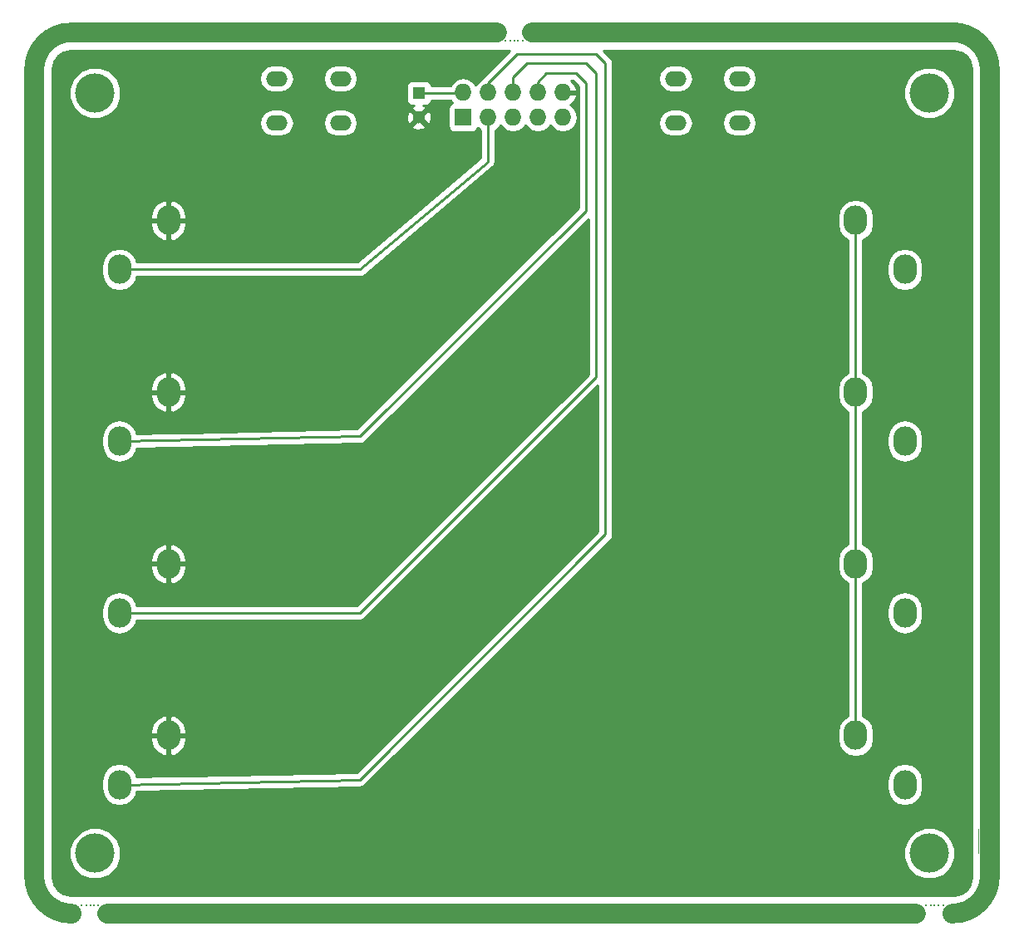
<source format=gtl>
G04 #@! TF.FileFunction,Copper,L1,Top,Signal*
%FSLAX46Y46*%
G04 Gerber Fmt 4.6, Leading zero omitted, Abs format (unit mm)*
G04 Created by KiCad (PCBNEW (2015-01-16 BZR 5376)-product) date 24/06/2015 09:06:33*
%MOMM*%
G01*
G04 APERTURE LIST*
%ADD10C,0.100000*%
%ADD11C,2.000000*%
%ADD12C,0.300000*%
%ADD13O,2.200000X1.524000*%
%ADD14R,1.300000X1.300000*%
%ADD15C,1.300000*%
%ADD16O,2.400000X3.000000*%
%ADD17R,1.727200X1.727200*%
%ADD18O,1.727200X1.727200*%
%ADD19C,4.000000*%
%ADD20C,0.254000*%
G04 APERTURE END LIST*
D10*
D11*
X134493000Y-43815000D02*
X177546000Y-43815000D01*
X87693500Y-43815000D02*
X131000500Y-43815000D01*
X91249500Y-133667500D02*
X173672500Y-133667500D01*
X181165500Y-47625000D02*
X181165500Y-130048000D01*
X83820000Y-47625000D02*
X83820000Y-129921000D01*
X83820000Y-129857500D02*
G75*
G03X87630000Y-133667500I3810000J0D01*
G01*
X181165500Y-47625000D02*
G75*
G03X177355500Y-43815000I-3810000J0D01*
G01*
X177355500Y-133667500D02*
G75*
G03X181165500Y-129857500I0J3810000D01*
G01*
X87630000Y-43815000D02*
G75*
G03X83820000Y-47625000I0J-3810000D01*
G01*
D10*
X180000000Y-125000000D02*
X180000000Y-127500000D01*
D12*
X174625000Y-132842000D03*
X175133000Y-132842000D03*
X175514000Y-132842000D03*
X175895000Y-132842000D03*
X176403000Y-132842000D03*
X90297000Y-132842000D03*
X89916000Y-132842000D03*
X89535000Y-132842000D03*
X89154000Y-132842000D03*
X88646000Y-132842000D03*
D13*
X155650000Y-48550000D03*
X155650000Y-53050000D03*
X149150000Y-48550000D03*
X149150000Y-53050000D03*
X115010000Y-48550000D03*
X115010000Y-53050000D03*
X108510000Y-48550000D03*
X108510000Y-53050000D03*
D14*
X123000000Y-50000000D03*
D15*
X123000000Y-52500000D03*
D16*
X97500000Y-63000000D03*
X92500000Y-68000000D03*
X167500000Y-63000000D03*
X172500000Y-68000000D03*
X97500000Y-80500000D03*
X92500000Y-85500000D03*
X167500000Y-80500000D03*
X172500000Y-85500000D03*
X97500000Y-98000000D03*
X92500000Y-103000000D03*
X167500000Y-98000000D03*
X172500000Y-103000000D03*
X97500000Y-115500000D03*
X92500000Y-120500000D03*
X167500000Y-115500000D03*
X172500000Y-120500000D03*
D17*
X127500000Y-52500000D03*
D18*
X127500000Y-49960000D03*
X130040000Y-52500000D03*
X130040000Y-49960000D03*
X132580000Y-52500000D03*
X132580000Y-49960000D03*
X135120000Y-52500000D03*
X135120000Y-49960000D03*
X137660000Y-52500000D03*
X137660000Y-49960000D03*
D19*
X90000000Y-50000000D03*
X175000000Y-50000000D03*
X90000000Y-127500000D03*
X175000000Y-127500000D03*
D12*
X131826000Y-44704000D03*
X132334000Y-44704000D03*
X132715000Y-44704000D03*
X133096000Y-44704000D03*
X133604000Y-44704000D03*
D20*
X92500000Y-68000000D02*
X117000000Y-68000000D01*
X130000000Y-57000000D02*
X130040000Y-52500000D01*
X117000000Y-68000000D02*
X130000000Y-57000000D01*
X92500000Y-85500000D02*
X117000000Y-85000000D01*
X135120000Y-48880000D02*
X135120000Y-49960000D01*
X136000000Y-48000000D02*
X135120000Y-48880000D01*
X139000000Y-48000000D02*
X136000000Y-48000000D01*
X140000000Y-49000000D02*
X139000000Y-48000000D01*
X140000000Y-62000000D02*
X140000000Y-49000000D01*
X117000000Y-85000000D02*
X140000000Y-62000000D01*
X123000000Y-50000000D02*
X127460000Y-50000000D01*
X127460000Y-50000000D02*
X127500000Y-49960000D01*
X167500000Y-80500000D02*
X167500000Y-63000000D01*
X167500000Y-98000000D02*
X167500000Y-80500000D01*
X167500000Y-115500000D02*
X167500000Y-98000000D01*
X132580000Y-49960000D02*
X132580000Y-48420000D01*
X117000000Y-103000000D02*
X92500000Y-103000000D01*
X141000000Y-79000000D02*
X117000000Y-103000000D01*
X141000000Y-48000000D02*
X141000000Y-79000000D01*
X140000000Y-47000000D02*
X141000000Y-48000000D01*
X134000000Y-47000000D02*
X140000000Y-47000000D01*
X132580000Y-48420000D02*
X134000000Y-47000000D01*
X130040000Y-49960000D02*
X130040000Y-48960000D01*
X117000000Y-120000000D02*
X92500000Y-120500000D01*
X142000000Y-95000000D02*
X117000000Y-120000000D01*
X142000000Y-47000000D02*
X142000000Y-95000000D01*
X141000000Y-46000000D02*
X142000000Y-47000000D01*
X133000000Y-46000000D02*
X141000000Y-46000000D01*
X130040000Y-48960000D02*
X133000000Y-46000000D01*
G36*
X179315000Y-129932532D02*
X179164442Y-130689435D01*
X178773908Y-131273910D01*
X178189434Y-131664443D01*
X177635457Y-131774635D01*
X177635457Y-126978166D01*
X177635457Y-49478166D01*
X177235147Y-48509342D01*
X176494557Y-47767458D01*
X175526433Y-47365458D01*
X174478166Y-47364543D01*
X173509342Y-47764853D01*
X172767458Y-48505443D01*
X172365458Y-49473567D01*
X172364543Y-50521834D01*
X172764853Y-51490658D01*
X173505443Y-52232542D01*
X174473567Y-52634542D01*
X175521834Y-52635457D01*
X176490658Y-52235147D01*
X177232542Y-51494557D01*
X177634542Y-50526433D01*
X177635457Y-49478166D01*
X177635457Y-126978166D01*
X177235147Y-126009342D01*
X176494557Y-125267458D01*
X175526433Y-124865458D01*
X174478166Y-124864543D01*
X174335000Y-124923697D01*
X174335000Y-120841827D01*
X174335000Y-120158173D01*
X174335000Y-103341827D01*
X174335000Y-102658173D01*
X174335000Y-85841827D01*
X174335000Y-85158173D01*
X174335000Y-68341827D01*
X174335000Y-67658173D01*
X174195319Y-66955949D01*
X173797541Y-66360632D01*
X173202224Y-65962854D01*
X172500000Y-65823173D01*
X171797776Y-65962854D01*
X171202459Y-66360632D01*
X170804681Y-66955949D01*
X170665000Y-67658173D01*
X170665000Y-68341827D01*
X170804681Y-69044051D01*
X171202459Y-69639368D01*
X171797776Y-70037146D01*
X172500000Y-70176827D01*
X173202224Y-70037146D01*
X173797541Y-69639368D01*
X174195319Y-69044051D01*
X174335000Y-68341827D01*
X174335000Y-85158173D01*
X174195319Y-84455949D01*
X173797541Y-83860632D01*
X173202224Y-83462854D01*
X172500000Y-83323173D01*
X171797776Y-83462854D01*
X171202459Y-83860632D01*
X170804681Y-84455949D01*
X170665000Y-85158173D01*
X170665000Y-85841827D01*
X170804681Y-86544051D01*
X171202459Y-87139368D01*
X171797776Y-87537146D01*
X172500000Y-87676827D01*
X173202224Y-87537146D01*
X173797541Y-87139368D01*
X174195319Y-86544051D01*
X174335000Y-85841827D01*
X174335000Y-102658173D01*
X174195319Y-101955949D01*
X173797541Y-101360632D01*
X173202224Y-100962854D01*
X172500000Y-100823173D01*
X171797776Y-100962854D01*
X171202459Y-101360632D01*
X170804681Y-101955949D01*
X170665000Y-102658173D01*
X170665000Y-103341827D01*
X170804681Y-104044051D01*
X171202459Y-104639368D01*
X171797776Y-105037146D01*
X172500000Y-105176827D01*
X173202224Y-105037146D01*
X173797541Y-104639368D01*
X174195319Y-104044051D01*
X174335000Y-103341827D01*
X174335000Y-120158173D01*
X174195319Y-119455949D01*
X173797541Y-118860632D01*
X173202224Y-118462854D01*
X172500000Y-118323173D01*
X171797776Y-118462854D01*
X171202459Y-118860632D01*
X170804681Y-119455949D01*
X170665000Y-120158173D01*
X170665000Y-120841827D01*
X170804681Y-121544051D01*
X171202459Y-122139368D01*
X171797776Y-122537146D01*
X172500000Y-122676827D01*
X173202224Y-122537146D01*
X173797541Y-122139368D01*
X174195319Y-121544051D01*
X174335000Y-120841827D01*
X174335000Y-124923697D01*
X173509342Y-125264853D01*
X172767458Y-126005443D01*
X172365458Y-126973567D01*
X172364543Y-128021834D01*
X172764853Y-128990658D01*
X173505443Y-129732542D01*
X174473567Y-130134542D01*
X175521834Y-130135457D01*
X176490658Y-129735147D01*
X177232542Y-128994557D01*
X177634542Y-128026433D01*
X177635457Y-126978166D01*
X177635457Y-131774635D01*
X177432532Y-131815000D01*
X169335000Y-131815000D01*
X169335000Y-115841827D01*
X169335000Y-115158173D01*
X169195319Y-114455949D01*
X168797541Y-113860632D01*
X168262000Y-113502795D01*
X168262000Y-99997204D01*
X168797541Y-99639368D01*
X169195319Y-99044051D01*
X169335000Y-98341827D01*
X169335000Y-97658173D01*
X169195319Y-96955949D01*
X168797541Y-96360632D01*
X168262000Y-96002795D01*
X168262000Y-82497204D01*
X168797541Y-82139368D01*
X169195319Y-81544051D01*
X169335000Y-80841827D01*
X169335000Y-80158173D01*
X169195319Y-79455949D01*
X168797541Y-78860632D01*
X168262000Y-78502795D01*
X168262000Y-64997204D01*
X168797541Y-64639368D01*
X169195319Y-64044051D01*
X169335000Y-63341827D01*
X169335000Y-62658173D01*
X169195319Y-61955949D01*
X168797541Y-61360632D01*
X168202224Y-60962854D01*
X167500000Y-60823173D01*
X166797776Y-60962854D01*
X166202459Y-61360632D01*
X165804681Y-61955949D01*
X165665000Y-62658173D01*
X165665000Y-63341827D01*
X165804681Y-64044051D01*
X166202459Y-64639368D01*
X166738000Y-64997204D01*
X166738000Y-78502795D01*
X166202459Y-78860632D01*
X165804681Y-79455949D01*
X165665000Y-80158173D01*
X165665000Y-80841827D01*
X165804681Y-81544051D01*
X166202459Y-82139368D01*
X166738000Y-82497204D01*
X166738000Y-96002795D01*
X166202459Y-96360632D01*
X165804681Y-96955949D01*
X165665000Y-97658173D01*
X165665000Y-98341827D01*
X165804681Y-99044051D01*
X166202459Y-99639368D01*
X166738000Y-99997204D01*
X166738000Y-113502795D01*
X166202459Y-113860632D01*
X165804681Y-114455949D01*
X165665000Y-115158173D01*
X165665000Y-115841827D01*
X165804681Y-116544051D01*
X166202459Y-117139368D01*
X166797776Y-117537146D01*
X167500000Y-117676827D01*
X168202224Y-117537146D01*
X168797541Y-117139368D01*
X169195319Y-116544051D01*
X169335000Y-115841827D01*
X169335000Y-131815000D01*
X157418991Y-131815000D01*
X157418991Y-53050000D01*
X157418991Y-48550000D01*
X157312651Y-48015391D01*
X157009819Y-47562172D01*
X156556600Y-47259340D01*
X156021991Y-47153000D01*
X155278009Y-47153000D01*
X154743400Y-47259340D01*
X154290181Y-47562172D01*
X153987349Y-48015391D01*
X153881009Y-48550000D01*
X153987349Y-49084609D01*
X154290181Y-49537828D01*
X154743400Y-49840660D01*
X155278009Y-49947000D01*
X156021991Y-49947000D01*
X156556600Y-49840660D01*
X157009819Y-49537828D01*
X157312651Y-49084609D01*
X157418991Y-48550000D01*
X157418991Y-53050000D01*
X157312651Y-52515391D01*
X157009819Y-52062172D01*
X156556600Y-51759340D01*
X156021991Y-51653000D01*
X155278009Y-51653000D01*
X154743400Y-51759340D01*
X154290181Y-52062172D01*
X153987349Y-52515391D01*
X153881009Y-53050000D01*
X153987349Y-53584609D01*
X154290181Y-54037828D01*
X154743400Y-54340660D01*
X155278009Y-54447000D01*
X156021991Y-54447000D01*
X156556600Y-54340660D01*
X157009819Y-54037828D01*
X157312651Y-53584609D01*
X157418991Y-53050000D01*
X157418991Y-131815000D01*
X150918991Y-131815000D01*
X150918991Y-53050000D01*
X150918991Y-48550000D01*
X150812651Y-48015391D01*
X150509819Y-47562172D01*
X150056600Y-47259340D01*
X149521991Y-47153000D01*
X148778009Y-47153000D01*
X148243400Y-47259340D01*
X147790181Y-47562172D01*
X147487349Y-48015391D01*
X147381009Y-48550000D01*
X147487349Y-49084609D01*
X147790181Y-49537828D01*
X148243400Y-49840660D01*
X148778009Y-49947000D01*
X149521991Y-49947000D01*
X150056600Y-49840660D01*
X150509819Y-49537828D01*
X150812651Y-49084609D01*
X150918991Y-48550000D01*
X150918991Y-53050000D01*
X150812651Y-52515391D01*
X150509819Y-52062172D01*
X150056600Y-51759340D01*
X149521991Y-51653000D01*
X148778009Y-51653000D01*
X148243400Y-51759340D01*
X147790181Y-52062172D01*
X147487349Y-52515391D01*
X147381009Y-53050000D01*
X147487349Y-53584609D01*
X147790181Y-54037828D01*
X148243400Y-54340660D01*
X148778009Y-54447000D01*
X149521991Y-54447000D01*
X150056600Y-54340660D01*
X150509819Y-54037828D01*
X150812651Y-53584609D01*
X150918991Y-53050000D01*
X150918991Y-131815000D01*
X92635457Y-131815000D01*
X92635457Y-126978166D01*
X92235147Y-126009342D01*
X91494557Y-125267458D01*
X90526433Y-124865458D01*
X89478166Y-124864543D01*
X88509342Y-125264853D01*
X87767458Y-126005443D01*
X87365458Y-126973567D01*
X87364543Y-128021834D01*
X87764853Y-128990658D01*
X88505443Y-129732542D01*
X89473567Y-130134542D01*
X90521834Y-130135457D01*
X91490658Y-129735147D01*
X92232542Y-128994557D01*
X92634542Y-128026433D01*
X92635457Y-126978166D01*
X92635457Y-131815000D01*
X87567467Y-131815000D01*
X86810564Y-131664442D01*
X86226089Y-131273908D01*
X85835556Y-130689434D01*
X85685000Y-129932532D01*
X85685000Y-127500000D01*
X85685000Y-125000000D01*
X85685000Y-47567467D01*
X85835556Y-46810565D01*
X86226089Y-46226091D01*
X86810564Y-45835557D01*
X87567467Y-45685000D01*
X132237370Y-45685000D01*
X129501185Y-48421185D01*
X129378347Y-48605024D01*
X128980330Y-48870971D01*
X128770000Y-49185751D01*
X128559670Y-48870971D01*
X128073489Y-48546115D01*
X127500000Y-48432041D01*
X126926511Y-48546115D01*
X126440330Y-48870971D01*
X126195088Y-49238000D01*
X124275709Y-49238000D01*
X124250463Y-49107877D01*
X124110673Y-48895073D01*
X123899640Y-48752623D01*
X123650000Y-48702560D01*
X122350000Y-48702560D01*
X122107877Y-48749537D01*
X121895073Y-48889327D01*
X121752623Y-49100360D01*
X121702560Y-49350000D01*
X121702560Y-50650000D01*
X121749537Y-50892123D01*
X121889327Y-51104927D01*
X122100360Y-51247377D01*
X122350000Y-51297440D01*
X122512385Y-51297440D01*
X122336271Y-51370389D01*
X122280590Y-51600984D01*
X123000000Y-52320395D01*
X123719410Y-51600984D01*
X123663729Y-51370389D01*
X123454098Y-51297440D01*
X123650000Y-51297440D01*
X123892123Y-51250463D01*
X124104927Y-51110673D01*
X124247377Y-50899640D01*
X124274979Y-50762000D01*
X126248543Y-50762000D01*
X126427300Y-51029529D01*
X126394277Y-51035937D01*
X126181473Y-51175727D01*
X126039023Y-51386760D01*
X125988960Y-51636400D01*
X125988960Y-53363600D01*
X126035937Y-53605723D01*
X126175727Y-53818527D01*
X126386760Y-53960977D01*
X126636400Y-54011040D01*
X128363600Y-54011040D01*
X128605723Y-53964063D01*
X128818527Y-53824273D01*
X128960977Y-53613240D01*
X128969179Y-53572340D01*
X128980330Y-53589029D01*
X129266589Y-53780301D01*
X129241134Y-56643932D01*
X124297622Y-60826904D01*
X124297622Y-52680922D01*
X124268083Y-52170572D01*
X124129611Y-51836271D01*
X123899016Y-51780590D01*
X123179605Y-52500000D01*
X123899016Y-53219410D01*
X124129611Y-53163729D01*
X124297622Y-52680922D01*
X124297622Y-60826904D01*
X123719410Y-61316160D01*
X123719410Y-53399016D01*
X123000000Y-52679605D01*
X122820395Y-52859210D01*
X122820395Y-52500000D01*
X122100984Y-51780590D01*
X121870389Y-51836271D01*
X121702378Y-52319078D01*
X121731917Y-52829428D01*
X121870389Y-53163729D01*
X122100984Y-53219410D01*
X122820395Y-52500000D01*
X122820395Y-52859210D01*
X122280590Y-53399016D01*
X122336271Y-53629611D01*
X122819078Y-53797622D01*
X123329428Y-53768083D01*
X123663729Y-53629611D01*
X123719410Y-53399016D01*
X123719410Y-61316160D01*
X116778991Y-67188823D01*
X116778991Y-53050000D01*
X116778991Y-48550000D01*
X116672651Y-48015391D01*
X116369819Y-47562172D01*
X115916600Y-47259340D01*
X115381991Y-47153000D01*
X114638009Y-47153000D01*
X114103400Y-47259340D01*
X113650181Y-47562172D01*
X113347349Y-48015391D01*
X113241009Y-48550000D01*
X113347349Y-49084609D01*
X113650181Y-49537828D01*
X114103400Y-49840660D01*
X114638009Y-49947000D01*
X115381991Y-49947000D01*
X115916600Y-49840660D01*
X116369819Y-49537828D01*
X116672651Y-49084609D01*
X116778991Y-48550000D01*
X116778991Y-53050000D01*
X116672651Y-52515391D01*
X116369819Y-52062172D01*
X115916600Y-51759340D01*
X115381991Y-51653000D01*
X114638009Y-51653000D01*
X114103400Y-51759340D01*
X113650181Y-52062172D01*
X113347349Y-52515391D01*
X113241009Y-53050000D01*
X113347349Y-53584609D01*
X113650181Y-54037828D01*
X114103400Y-54340660D01*
X114638009Y-54447000D01*
X115381991Y-54447000D01*
X115916600Y-54340660D01*
X116369819Y-54037828D01*
X116672651Y-53584609D01*
X116778991Y-53050000D01*
X116778991Y-67188823D01*
X116720873Y-67238000D01*
X110278991Y-67238000D01*
X110278991Y-53050000D01*
X110278991Y-48550000D01*
X110172651Y-48015391D01*
X109869819Y-47562172D01*
X109416600Y-47259340D01*
X108881991Y-47153000D01*
X108138009Y-47153000D01*
X107603400Y-47259340D01*
X107150181Y-47562172D01*
X106847349Y-48015391D01*
X106741009Y-48550000D01*
X106847349Y-49084609D01*
X107150181Y-49537828D01*
X107603400Y-49840660D01*
X108138009Y-49947000D01*
X108881991Y-49947000D01*
X109416600Y-49840660D01*
X109869819Y-49537828D01*
X110172651Y-49084609D01*
X110278991Y-48550000D01*
X110278991Y-53050000D01*
X110172651Y-52515391D01*
X109869819Y-52062172D01*
X109416600Y-51759340D01*
X108881991Y-51653000D01*
X108138009Y-51653000D01*
X107603400Y-51759340D01*
X107150181Y-52062172D01*
X106847349Y-52515391D01*
X106741009Y-53050000D01*
X106847349Y-53584609D01*
X107150181Y-54037828D01*
X107603400Y-54340660D01*
X108138009Y-54447000D01*
X108881991Y-54447000D01*
X109416600Y-54340660D01*
X109869819Y-54037828D01*
X110172651Y-53584609D01*
X110278991Y-53050000D01*
X110278991Y-67238000D01*
X99335000Y-67238000D01*
X99335000Y-63427000D01*
X99335000Y-63127000D01*
X99335000Y-62873000D01*
X99335000Y-62573000D01*
X99146718Y-61880443D01*
X98707738Y-61312656D01*
X98084891Y-60956080D01*
X97911805Y-60911805D01*
X97627000Y-61028568D01*
X97627000Y-62873000D01*
X99335000Y-62873000D01*
X99335000Y-63127000D01*
X97627000Y-63127000D01*
X97627000Y-64971432D01*
X97911805Y-65088195D01*
X98084891Y-65043920D01*
X98707738Y-64687344D01*
X99146718Y-64119557D01*
X99335000Y-63427000D01*
X99335000Y-67238000D01*
X97373000Y-67238000D01*
X97373000Y-64971432D01*
X97373000Y-63127000D01*
X97373000Y-62873000D01*
X97373000Y-61028568D01*
X97088195Y-60911805D01*
X96915109Y-60956080D01*
X96292262Y-61312656D01*
X95853282Y-61880443D01*
X95665000Y-62573000D01*
X95665000Y-62873000D01*
X97373000Y-62873000D01*
X97373000Y-63127000D01*
X95665000Y-63127000D01*
X95665000Y-63427000D01*
X95853282Y-64119557D01*
X96292262Y-64687344D01*
X96915109Y-65043920D01*
X97088195Y-65088195D01*
X97373000Y-64971432D01*
X97373000Y-67238000D01*
X94251422Y-67238000D01*
X94195319Y-66955949D01*
X93797541Y-66360632D01*
X93202224Y-65962854D01*
X92635457Y-65850117D01*
X92635457Y-49478166D01*
X92235147Y-48509342D01*
X91494557Y-47767458D01*
X90526433Y-47365458D01*
X89478166Y-47364543D01*
X88509342Y-47764853D01*
X87767458Y-48505443D01*
X87365458Y-49473567D01*
X87364543Y-50521834D01*
X87764853Y-51490658D01*
X88505443Y-52232542D01*
X89473567Y-52634542D01*
X90521834Y-52635457D01*
X91490658Y-52235147D01*
X92232542Y-51494557D01*
X92634542Y-50526433D01*
X92635457Y-49478166D01*
X92635457Y-65850117D01*
X92500000Y-65823173D01*
X91797776Y-65962854D01*
X91202459Y-66360632D01*
X90804681Y-66955949D01*
X90665000Y-67658173D01*
X90665000Y-68341827D01*
X90804681Y-69044051D01*
X91202459Y-69639368D01*
X91797776Y-70037146D01*
X92500000Y-70176827D01*
X93202224Y-70037146D01*
X93797541Y-69639368D01*
X94195319Y-69044051D01*
X94251422Y-68762000D01*
X117000000Y-68762000D01*
X117115316Y-68739061D01*
X117232133Y-68725781D01*
X117260169Y-68710248D01*
X117291605Y-68703996D01*
X117389363Y-68638675D01*
X117492208Y-68581700D01*
X130492208Y-57581701D01*
X130510048Y-57559283D01*
X130534004Y-57543583D01*
X130602057Y-57443667D01*
X130677348Y-57349061D01*
X130685250Y-57321526D01*
X130701376Y-57297851D01*
X130726016Y-57179485D01*
X130759367Y-57063281D01*
X130756131Y-57034820D01*
X130761970Y-57006773D01*
X130790513Y-53795600D01*
X131099670Y-53589029D01*
X131310000Y-53274248D01*
X131520330Y-53589029D01*
X132006511Y-53913885D01*
X132580000Y-54027959D01*
X133153489Y-53913885D01*
X133639670Y-53589029D01*
X133850000Y-53274248D01*
X134060330Y-53589029D01*
X134546511Y-53913885D01*
X135120000Y-54027959D01*
X135693489Y-53913885D01*
X136179670Y-53589029D01*
X136390000Y-53274248D01*
X136600330Y-53589029D01*
X137086511Y-53913885D01*
X137660000Y-54027959D01*
X138233489Y-53913885D01*
X138719670Y-53589029D01*
X139044526Y-53102848D01*
X139158600Y-52529359D01*
X139158600Y-52470641D01*
X139044526Y-51897152D01*
X138719670Y-51410971D01*
X138448839Y-51230007D01*
X138866821Y-50848490D01*
X139114968Y-50319027D01*
X138994469Y-50087000D01*
X137787000Y-50087000D01*
X137787000Y-50107000D01*
X137533000Y-50107000D01*
X137533000Y-50087000D01*
X137513000Y-50087000D01*
X137513000Y-49833000D01*
X137533000Y-49833000D01*
X137533000Y-49813000D01*
X137787000Y-49813000D01*
X137787000Y-49833000D01*
X138994469Y-49833000D01*
X139114968Y-49600973D01*
X138866821Y-49071510D01*
X138527729Y-48762000D01*
X138684369Y-48762000D01*
X139238000Y-49315630D01*
X139238000Y-61684370D01*
X116677955Y-84244414D01*
X99335000Y-84598351D01*
X99335000Y-80927000D01*
X99335000Y-80627000D01*
X99335000Y-80373000D01*
X99335000Y-80073000D01*
X99146718Y-79380443D01*
X98707738Y-78812656D01*
X98084891Y-78456080D01*
X97911805Y-78411805D01*
X97627000Y-78528568D01*
X97627000Y-80373000D01*
X99335000Y-80373000D01*
X99335000Y-80627000D01*
X97627000Y-80627000D01*
X97627000Y-82471432D01*
X97911805Y-82588195D01*
X98084891Y-82543920D01*
X98707738Y-82187344D01*
X99146718Y-81619557D01*
X99335000Y-80927000D01*
X99335000Y-84598351D01*
X97373000Y-84638392D01*
X97373000Y-82471432D01*
X97373000Y-80627000D01*
X97373000Y-80373000D01*
X97373000Y-78528568D01*
X97088195Y-78411805D01*
X96915109Y-78456080D01*
X96292262Y-78812656D01*
X95853282Y-79380443D01*
X95665000Y-80073000D01*
X95665000Y-80373000D01*
X97373000Y-80373000D01*
X97373000Y-80627000D01*
X95665000Y-80627000D01*
X95665000Y-80927000D01*
X95853282Y-81619557D01*
X96292262Y-82187344D01*
X96915109Y-82543920D01*
X97088195Y-82588195D01*
X97373000Y-82471432D01*
X97373000Y-84638392D01*
X94244310Y-84702243D01*
X94195319Y-84455949D01*
X93797541Y-83860632D01*
X93202224Y-83462854D01*
X92500000Y-83323173D01*
X91797776Y-83462854D01*
X91202459Y-83860632D01*
X90804681Y-84455949D01*
X90665000Y-85158173D01*
X90665000Y-85841827D01*
X90804681Y-86544051D01*
X91202459Y-87139368D01*
X91797776Y-87537146D01*
X92500000Y-87676827D01*
X93202224Y-87537146D01*
X93797541Y-87139368D01*
X94195319Y-86544051D01*
X94258529Y-86226269D01*
X117015548Y-85761841D01*
X117153312Y-85731503D01*
X117291604Y-85703996D01*
X117298180Y-85699601D01*
X117305909Y-85697900D01*
X117421579Y-85617149D01*
X117538815Y-85538815D01*
X140238000Y-62839630D01*
X140238000Y-78684369D01*
X116684369Y-102238000D01*
X99335000Y-102238000D01*
X99335000Y-98427000D01*
X99335000Y-98127000D01*
X99335000Y-97873000D01*
X99335000Y-97573000D01*
X99146718Y-96880443D01*
X98707738Y-96312656D01*
X98084891Y-95956080D01*
X97911805Y-95911805D01*
X97627000Y-96028568D01*
X97627000Y-97873000D01*
X99335000Y-97873000D01*
X99335000Y-98127000D01*
X97627000Y-98127000D01*
X97627000Y-99971432D01*
X97911805Y-100088195D01*
X98084891Y-100043920D01*
X98707738Y-99687344D01*
X99146718Y-99119557D01*
X99335000Y-98427000D01*
X99335000Y-102238000D01*
X97373000Y-102238000D01*
X97373000Y-99971432D01*
X97373000Y-98127000D01*
X97373000Y-97873000D01*
X97373000Y-96028568D01*
X97088195Y-95911805D01*
X96915109Y-95956080D01*
X96292262Y-96312656D01*
X95853282Y-96880443D01*
X95665000Y-97573000D01*
X95665000Y-97873000D01*
X97373000Y-97873000D01*
X97373000Y-98127000D01*
X95665000Y-98127000D01*
X95665000Y-98427000D01*
X95853282Y-99119557D01*
X96292262Y-99687344D01*
X96915109Y-100043920D01*
X97088195Y-100088195D01*
X97373000Y-99971432D01*
X97373000Y-102238000D01*
X94251422Y-102238000D01*
X94195319Y-101955949D01*
X93797541Y-101360632D01*
X93202224Y-100962854D01*
X92500000Y-100823173D01*
X91797776Y-100962854D01*
X91202459Y-101360632D01*
X90804681Y-101955949D01*
X90665000Y-102658173D01*
X90665000Y-103341827D01*
X90804681Y-104044051D01*
X91202459Y-104639368D01*
X91797776Y-105037146D01*
X92500000Y-105176827D01*
X93202224Y-105037146D01*
X93797541Y-104639368D01*
X94195319Y-104044051D01*
X94251422Y-103762000D01*
X117000000Y-103762000D01*
X117000000Y-103761999D01*
X117291604Y-103703996D01*
X117291605Y-103703996D01*
X117538815Y-103538815D01*
X141238000Y-79839630D01*
X141238000Y-94684370D01*
X116677955Y-119244414D01*
X99335000Y-119598351D01*
X99335000Y-115927000D01*
X99335000Y-115627000D01*
X99335000Y-115373000D01*
X99335000Y-115073000D01*
X99146718Y-114380443D01*
X98707738Y-113812656D01*
X98084891Y-113456080D01*
X97911805Y-113411805D01*
X97627000Y-113528568D01*
X97627000Y-115373000D01*
X99335000Y-115373000D01*
X99335000Y-115627000D01*
X97627000Y-115627000D01*
X97627000Y-117471432D01*
X97911805Y-117588195D01*
X98084891Y-117543920D01*
X98707738Y-117187344D01*
X99146718Y-116619557D01*
X99335000Y-115927000D01*
X99335000Y-119598351D01*
X97373000Y-119638392D01*
X97373000Y-117471432D01*
X97373000Y-115627000D01*
X97373000Y-115373000D01*
X97373000Y-113528568D01*
X97088195Y-113411805D01*
X96915109Y-113456080D01*
X96292262Y-113812656D01*
X95853282Y-114380443D01*
X95665000Y-115073000D01*
X95665000Y-115373000D01*
X97373000Y-115373000D01*
X97373000Y-115627000D01*
X95665000Y-115627000D01*
X95665000Y-115927000D01*
X95853282Y-116619557D01*
X96292262Y-117187344D01*
X96915109Y-117543920D01*
X97088195Y-117588195D01*
X97373000Y-117471432D01*
X97373000Y-119638392D01*
X94244310Y-119702243D01*
X94195319Y-119455949D01*
X93797541Y-118860632D01*
X93202224Y-118462854D01*
X92500000Y-118323173D01*
X91797776Y-118462854D01*
X91202459Y-118860632D01*
X90804681Y-119455949D01*
X90665000Y-120158173D01*
X90665000Y-120841827D01*
X90804681Y-121544051D01*
X91202459Y-122139368D01*
X91797776Y-122537146D01*
X92500000Y-122676827D01*
X93202224Y-122537146D01*
X93797541Y-122139368D01*
X94195319Y-121544051D01*
X94258529Y-121226269D01*
X117015548Y-120761841D01*
X117153312Y-120731503D01*
X117291604Y-120703996D01*
X117298180Y-120699601D01*
X117305909Y-120697900D01*
X117421579Y-120617149D01*
X117538815Y-120538815D01*
X142538815Y-95538815D01*
X142703996Y-95291605D01*
X142761999Y-95000000D01*
X142762000Y-95000000D01*
X142762000Y-47000000D01*
X142703997Y-46708396D01*
X142703996Y-46708395D01*
X142538816Y-46461185D01*
X141762630Y-45685000D01*
X177432532Y-45685000D01*
X178189434Y-45835556D01*
X178773908Y-46226089D01*
X179164442Y-46810564D01*
X179315000Y-47567467D01*
X179315000Y-125000000D01*
X179315000Y-127500000D01*
X179315000Y-129932532D01*
X179315000Y-129932532D01*
G37*
X179315000Y-129932532D02*
X179164442Y-130689435D01*
X178773908Y-131273910D01*
X178189434Y-131664443D01*
X177635457Y-131774635D01*
X177635457Y-126978166D01*
X177635457Y-49478166D01*
X177235147Y-48509342D01*
X176494557Y-47767458D01*
X175526433Y-47365458D01*
X174478166Y-47364543D01*
X173509342Y-47764853D01*
X172767458Y-48505443D01*
X172365458Y-49473567D01*
X172364543Y-50521834D01*
X172764853Y-51490658D01*
X173505443Y-52232542D01*
X174473567Y-52634542D01*
X175521834Y-52635457D01*
X176490658Y-52235147D01*
X177232542Y-51494557D01*
X177634542Y-50526433D01*
X177635457Y-49478166D01*
X177635457Y-126978166D01*
X177235147Y-126009342D01*
X176494557Y-125267458D01*
X175526433Y-124865458D01*
X174478166Y-124864543D01*
X174335000Y-124923697D01*
X174335000Y-120841827D01*
X174335000Y-120158173D01*
X174335000Y-103341827D01*
X174335000Y-102658173D01*
X174335000Y-85841827D01*
X174335000Y-85158173D01*
X174335000Y-68341827D01*
X174335000Y-67658173D01*
X174195319Y-66955949D01*
X173797541Y-66360632D01*
X173202224Y-65962854D01*
X172500000Y-65823173D01*
X171797776Y-65962854D01*
X171202459Y-66360632D01*
X170804681Y-66955949D01*
X170665000Y-67658173D01*
X170665000Y-68341827D01*
X170804681Y-69044051D01*
X171202459Y-69639368D01*
X171797776Y-70037146D01*
X172500000Y-70176827D01*
X173202224Y-70037146D01*
X173797541Y-69639368D01*
X174195319Y-69044051D01*
X174335000Y-68341827D01*
X174335000Y-85158173D01*
X174195319Y-84455949D01*
X173797541Y-83860632D01*
X173202224Y-83462854D01*
X172500000Y-83323173D01*
X171797776Y-83462854D01*
X171202459Y-83860632D01*
X170804681Y-84455949D01*
X170665000Y-85158173D01*
X170665000Y-85841827D01*
X170804681Y-86544051D01*
X171202459Y-87139368D01*
X171797776Y-87537146D01*
X172500000Y-87676827D01*
X173202224Y-87537146D01*
X173797541Y-87139368D01*
X174195319Y-86544051D01*
X174335000Y-85841827D01*
X174335000Y-102658173D01*
X174195319Y-101955949D01*
X173797541Y-101360632D01*
X173202224Y-100962854D01*
X172500000Y-100823173D01*
X171797776Y-100962854D01*
X171202459Y-101360632D01*
X170804681Y-101955949D01*
X170665000Y-102658173D01*
X170665000Y-103341827D01*
X170804681Y-104044051D01*
X171202459Y-104639368D01*
X171797776Y-105037146D01*
X172500000Y-105176827D01*
X173202224Y-105037146D01*
X173797541Y-104639368D01*
X174195319Y-104044051D01*
X174335000Y-103341827D01*
X174335000Y-120158173D01*
X174195319Y-119455949D01*
X173797541Y-118860632D01*
X173202224Y-118462854D01*
X172500000Y-118323173D01*
X171797776Y-118462854D01*
X171202459Y-118860632D01*
X170804681Y-119455949D01*
X170665000Y-120158173D01*
X170665000Y-120841827D01*
X170804681Y-121544051D01*
X171202459Y-122139368D01*
X171797776Y-122537146D01*
X172500000Y-122676827D01*
X173202224Y-122537146D01*
X173797541Y-122139368D01*
X174195319Y-121544051D01*
X174335000Y-120841827D01*
X174335000Y-124923697D01*
X173509342Y-125264853D01*
X172767458Y-126005443D01*
X172365458Y-126973567D01*
X172364543Y-128021834D01*
X172764853Y-128990658D01*
X173505443Y-129732542D01*
X174473567Y-130134542D01*
X175521834Y-130135457D01*
X176490658Y-129735147D01*
X177232542Y-128994557D01*
X177634542Y-128026433D01*
X177635457Y-126978166D01*
X177635457Y-131774635D01*
X177432532Y-131815000D01*
X169335000Y-131815000D01*
X169335000Y-115841827D01*
X169335000Y-115158173D01*
X169195319Y-114455949D01*
X168797541Y-113860632D01*
X168262000Y-113502795D01*
X168262000Y-99997204D01*
X168797541Y-99639368D01*
X169195319Y-99044051D01*
X169335000Y-98341827D01*
X169335000Y-97658173D01*
X169195319Y-96955949D01*
X168797541Y-96360632D01*
X168262000Y-96002795D01*
X168262000Y-82497204D01*
X168797541Y-82139368D01*
X169195319Y-81544051D01*
X169335000Y-80841827D01*
X169335000Y-80158173D01*
X169195319Y-79455949D01*
X168797541Y-78860632D01*
X168262000Y-78502795D01*
X168262000Y-64997204D01*
X168797541Y-64639368D01*
X169195319Y-64044051D01*
X169335000Y-63341827D01*
X169335000Y-62658173D01*
X169195319Y-61955949D01*
X168797541Y-61360632D01*
X168202224Y-60962854D01*
X167500000Y-60823173D01*
X166797776Y-60962854D01*
X166202459Y-61360632D01*
X165804681Y-61955949D01*
X165665000Y-62658173D01*
X165665000Y-63341827D01*
X165804681Y-64044051D01*
X166202459Y-64639368D01*
X166738000Y-64997204D01*
X166738000Y-78502795D01*
X166202459Y-78860632D01*
X165804681Y-79455949D01*
X165665000Y-80158173D01*
X165665000Y-80841827D01*
X165804681Y-81544051D01*
X166202459Y-82139368D01*
X166738000Y-82497204D01*
X166738000Y-96002795D01*
X166202459Y-96360632D01*
X165804681Y-96955949D01*
X165665000Y-97658173D01*
X165665000Y-98341827D01*
X165804681Y-99044051D01*
X166202459Y-99639368D01*
X166738000Y-99997204D01*
X166738000Y-113502795D01*
X166202459Y-113860632D01*
X165804681Y-114455949D01*
X165665000Y-115158173D01*
X165665000Y-115841827D01*
X165804681Y-116544051D01*
X166202459Y-117139368D01*
X166797776Y-117537146D01*
X167500000Y-117676827D01*
X168202224Y-117537146D01*
X168797541Y-117139368D01*
X169195319Y-116544051D01*
X169335000Y-115841827D01*
X169335000Y-131815000D01*
X157418991Y-131815000D01*
X157418991Y-53050000D01*
X157418991Y-48550000D01*
X157312651Y-48015391D01*
X157009819Y-47562172D01*
X156556600Y-47259340D01*
X156021991Y-47153000D01*
X155278009Y-47153000D01*
X154743400Y-47259340D01*
X154290181Y-47562172D01*
X153987349Y-48015391D01*
X153881009Y-48550000D01*
X153987349Y-49084609D01*
X154290181Y-49537828D01*
X154743400Y-49840660D01*
X155278009Y-49947000D01*
X156021991Y-49947000D01*
X156556600Y-49840660D01*
X157009819Y-49537828D01*
X157312651Y-49084609D01*
X157418991Y-48550000D01*
X157418991Y-53050000D01*
X157312651Y-52515391D01*
X157009819Y-52062172D01*
X156556600Y-51759340D01*
X156021991Y-51653000D01*
X155278009Y-51653000D01*
X154743400Y-51759340D01*
X154290181Y-52062172D01*
X153987349Y-52515391D01*
X153881009Y-53050000D01*
X153987349Y-53584609D01*
X154290181Y-54037828D01*
X154743400Y-54340660D01*
X155278009Y-54447000D01*
X156021991Y-54447000D01*
X156556600Y-54340660D01*
X157009819Y-54037828D01*
X157312651Y-53584609D01*
X157418991Y-53050000D01*
X157418991Y-131815000D01*
X150918991Y-131815000D01*
X150918991Y-53050000D01*
X150918991Y-48550000D01*
X150812651Y-48015391D01*
X150509819Y-47562172D01*
X150056600Y-47259340D01*
X149521991Y-47153000D01*
X148778009Y-47153000D01*
X148243400Y-47259340D01*
X147790181Y-47562172D01*
X147487349Y-48015391D01*
X147381009Y-48550000D01*
X147487349Y-49084609D01*
X147790181Y-49537828D01*
X148243400Y-49840660D01*
X148778009Y-49947000D01*
X149521991Y-49947000D01*
X150056600Y-49840660D01*
X150509819Y-49537828D01*
X150812651Y-49084609D01*
X150918991Y-48550000D01*
X150918991Y-53050000D01*
X150812651Y-52515391D01*
X150509819Y-52062172D01*
X150056600Y-51759340D01*
X149521991Y-51653000D01*
X148778009Y-51653000D01*
X148243400Y-51759340D01*
X147790181Y-52062172D01*
X147487349Y-52515391D01*
X147381009Y-53050000D01*
X147487349Y-53584609D01*
X147790181Y-54037828D01*
X148243400Y-54340660D01*
X148778009Y-54447000D01*
X149521991Y-54447000D01*
X150056600Y-54340660D01*
X150509819Y-54037828D01*
X150812651Y-53584609D01*
X150918991Y-53050000D01*
X150918991Y-131815000D01*
X92635457Y-131815000D01*
X92635457Y-126978166D01*
X92235147Y-126009342D01*
X91494557Y-125267458D01*
X90526433Y-124865458D01*
X89478166Y-124864543D01*
X88509342Y-125264853D01*
X87767458Y-126005443D01*
X87365458Y-126973567D01*
X87364543Y-128021834D01*
X87764853Y-128990658D01*
X88505443Y-129732542D01*
X89473567Y-130134542D01*
X90521834Y-130135457D01*
X91490658Y-129735147D01*
X92232542Y-128994557D01*
X92634542Y-128026433D01*
X92635457Y-126978166D01*
X92635457Y-131815000D01*
X87567467Y-131815000D01*
X86810564Y-131664442D01*
X86226089Y-131273908D01*
X85835556Y-130689434D01*
X85685000Y-129932532D01*
X85685000Y-127500000D01*
X85685000Y-125000000D01*
X85685000Y-47567467D01*
X85835556Y-46810565D01*
X86226089Y-46226091D01*
X86810564Y-45835557D01*
X87567467Y-45685000D01*
X132237370Y-45685000D01*
X129501185Y-48421185D01*
X129378347Y-48605024D01*
X128980330Y-48870971D01*
X128770000Y-49185751D01*
X128559670Y-48870971D01*
X128073489Y-48546115D01*
X127500000Y-48432041D01*
X126926511Y-48546115D01*
X126440330Y-48870971D01*
X126195088Y-49238000D01*
X124275709Y-49238000D01*
X124250463Y-49107877D01*
X124110673Y-48895073D01*
X123899640Y-48752623D01*
X123650000Y-48702560D01*
X122350000Y-48702560D01*
X122107877Y-48749537D01*
X121895073Y-48889327D01*
X121752623Y-49100360D01*
X121702560Y-49350000D01*
X121702560Y-50650000D01*
X121749537Y-50892123D01*
X121889327Y-51104927D01*
X122100360Y-51247377D01*
X122350000Y-51297440D01*
X122512385Y-51297440D01*
X122336271Y-51370389D01*
X122280590Y-51600984D01*
X123000000Y-52320395D01*
X123719410Y-51600984D01*
X123663729Y-51370389D01*
X123454098Y-51297440D01*
X123650000Y-51297440D01*
X123892123Y-51250463D01*
X124104927Y-51110673D01*
X124247377Y-50899640D01*
X124274979Y-50762000D01*
X126248543Y-50762000D01*
X126427300Y-51029529D01*
X126394277Y-51035937D01*
X126181473Y-51175727D01*
X126039023Y-51386760D01*
X125988960Y-51636400D01*
X125988960Y-53363600D01*
X126035937Y-53605723D01*
X126175727Y-53818527D01*
X126386760Y-53960977D01*
X126636400Y-54011040D01*
X128363600Y-54011040D01*
X128605723Y-53964063D01*
X128818527Y-53824273D01*
X128960977Y-53613240D01*
X128969179Y-53572340D01*
X128980330Y-53589029D01*
X129266589Y-53780301D01*
X129241134Y-56643932D01*
X124297622Y-60826904D01*
X124297622Y-52680922D01*
X124268083Y-52170572D01*
X124129611Y-51836271D01*
X123899016Y-51780590D01*
X123179605Y-52500000D01*
X123899016Y-53219410D01*
X124129611Y-53163729D01*
X124297622Y-52680922D01*
X124297622Y-60826904D01*
X123719410Y-61316160D01*
X123719410Y-53399016D01*
X123000000Y-52679605D01*
X122820395Y-52859210D01*
X122820395Y-52500000D01*
X122100984Y-51780590D01*
X121870389Y-51836271D01*
X121702378Y-52319078D01*
X121731917Y-52829428D01*
X121870389Y-53163729D01*
X122100984Y-53219410D01*
X122820395Y-52500000D01*
X122820395Y-52859210D01*
X122280590Y-53399016D01*
X122336271Y-53629611D01*
X122819078Y-53797622D01*
X123329428Y-53768083D01*
X123663729Y-53629611D01*
X123719410Y-53399016D01*
X123719410Y-61316160D01*
X116778991Y-67188823D01*
X116778991Y-53050000D01*
X116778991Y-48550000D01*
X116672651Y-48015391D01*
X116369819Y-47562172D01*
X115916600Y-47259340D01*
X115381991Y-47153000D01*
X114638009Y-47153000D01*
X114103400Y-47259340D01*
X113650181Y-47562172D01*
X113347349Y-48015391D01*
X113241009Y-48550000D01*
X113347349Y-49084609D01*
X113650181Y-49537828D01*
X114103400Y-49840660D01*
X114638009Y-49947000D01*
X115381991Y-49947000D01*
X115916600Y-49840660D01*
X116369819Y-49537828D01*
X116672651Y-49084609D01*
X116778991Y-48550000D01*
X116778991Y-53050000D01*
X116672651Y-52515391D01*
X116369819Y-52062172D01*
X115916600Y-51759340D01*
X115381991Y-51653000D01*
X114638009Y-51653000D01*
X114103400Y-51759340D01*
X113650181Y-52062172D01*
X113347349Y-52515391D01*
X113241009Y-53050000D01*
X113347349Y-53584609D01*
X113650181Y-54037828D01*
X114103400Y-54340660D01*
X114638009Y-54447000D01*
X115381991Y-54447000D01*
X115916600Y-54340660D01*
X116369819Y-54037828D01*
X116672651Y-53584609D01*
X116778991Y-53050000D01*
X116778991Y-67188823D01*
X116720873Y-67238000D01*
X110278991Y-67238000D01*
X110278991Y-53050000D01*
X110278991Y-48550000D01*
X110172651Y-48015391D01*
X109869819Y-47562172D01*
X109416600Y-47259340D01*
X108881991Y-47153000D01*
X108138009Y-47153000D01*
X107603400Y-47259340D01*
X107150181Y-47562172D01*
X106847349Y-48015391D01*
X106741009Y-48550000D01*
X106847349Y-49084609D01*
X107150181Y-49537828D01*
X107603400Y-49840660D01*
X108138009Y-49947000D01*
X108881991Y-49947000D01*
X109416600Y-49840660D01*
X109869819Y-49537828D01*
X110172651Y-49084609D01*
X110278991Y-48550000D01*
X110278991Y-53050000D01*
X110172651Y-52515391D01*
X109869819Y-52062172D01*
X109416600Y-51759340D01*
X108881991Y-51653000D01*
X108138009Y-51653000D01*
X107603400Y-51759340D01*
X107150181Y-52062172D01*
X106847349Y-52515391D01*
X106741009Y-53050000D01*
X106847349Y-53584609D01*
X107150181Y-54037828D01*
X107603400Y-54340660D01*
X108138009Y-54447000D01*
X108881991Y-54447000D01*
X109416600Y-54340660D01*
X109869819Y-54037828D01*
X110172651Y-53584609D01*
X110278991Y-53050000D01*
X110278991Y-67238000D01*
X99335000Y-67238000D01*
X99335000Y-63427000D01*
X99335000Y-63127000D01*
X99335000Y-62873000D01*
X99335000Y-62573000D01*
X99146718Y-61880443D01*
X98707738Y-61312656D01*
X98084891Y-60956080D01*
X97911805Y-60911805D01*
X97627000Y-61028568D01*
X97627000Y-62873000D01*
X99335000Y-62873000D01*
X99335000Y-63127000D01*
X97627000Y-63127000D01*
X97627000Y-64971432D01*
X97911805Y-65088195D01*
X98084891Y-65043920D01*
X98707738Y-64687344D01*
X99146718Y-64119557D01*
X99335000Y-63427000D01*
X99335000Y-67238000D01*
X97373000Y-67238000D01*
X97373000Y-64971432D01*
X97373000Y-63127000D01*
X97373000Y-62873000D01*
X97373000Y-61028568D01*
X97088195Y-60911805D01*
X96915109Y-60956080D01*
X96292262Y-61312656D01*
X95853282Y-61880443D01*
X95665000Y-62573000D01*
X95665000Y-62873000D01*
X97373000Y-62873000D01*
X97373000Y-63127000D01*
X95665000Y-63127000D01*
X95665000Y-63427000D01*
X95853282Y-64119557D01*
X96292262Y-64687344D01*
X96915109Y-65043920D01*
X97088195Y-65088195D01*
X97373000Y-64971432D01*
X97373000Y-67238000D01*
X94251422Y-67238000D01*
X94195319Y-66955949D01*
X93797541Y-66360632D01*
X93202224Y-65962854D01*
X92635457Y-65850117D01*
X92635457Y-49478166D01*
X92235147Y-48509342D01*
X91494557Y-47767458D01*
X90526433Y-47365458D01*
X89478166Y-47364543D01*
X88509342Y-47764853D01*
X87767458Y-48505443D01*
X87365458Y-49473567D01*
X87364543Y-50521834D01*
X87764853Y-51490658D01*
X88505443Y-52232542D01*
X89473567Y-52634542D01*
X90521834Y-52635457D01*
X91490658Y-52235147D01*
X92232542Y-51494557D01*
X92634542Y-50526433D01*
X92635457Y-49478166D01*
X92635457Y-65850117D01*
X92500000Y-65823173D01*
X91797776Y-65962854D01*
X91202459Y-66360632D01*
X90804681Y-66955949D01*
X90665000Y-67658173D01*
X90665000Y-68341827D01*
X90804681Y-69044051D01*
X91202459Y-69639368D01*
X91797776Y-70037146D01*
X92500000Y-70176827D01*
X93202224Y-70037146D01*
X93797541Y-69639368D01*
X94195319Y-69044051D01*
X94251422Y-68762000D01*
X117000000Y-68762000D01*
X117115316Y-68739061D01*
X117232133Y-68725781D01*
X117260169Y-68710248D01*
X117291605Y-68703996D01*
X117389363Y-68638675D01*
X117492208Y-68581700D01*
X130492208Y-57581701D01*
X130510048Y-57559283D01*
X130534004Y-57543583D01*
X130602057Y-57443667D01*
X130677348Y-57349061D01*
X130685250Y-57321526D01*
X130701376Y-57297851D01*
X130726016Y-57179485D01*
X130759367Y-57063281D01*
X130756131Y-57034820D01*
X130761970Y-57006773D01*
X130790513Y-53795600D01*
X131099670Y-53589029D01*
X131310000Y-53274248D01*
X131520330Y-53589029D01*
X132006511Y-53913885D01*
X132580000Y-54027959D01*
X133153489Y-53913885D01*
X133639670Y-53589029D01*
X133850000Y-53274248D01*
X134060330Y-53589029D01*
X134546511Y-53913885D01*
X135120000Y-54027959D01*
X135693489Y-53913885D01*
X136179670Y-53589029D01*
X136390000Y-53274248D01*
X136600330Y-53589029D01*
X137086511Y-53913885D01*
X137660000Y-54027959D01*
X138233489Y-53913885D01*
X138719670Y-53589029D01*
X139044526Y-53102848D01*
X139158600Y-52529359D01*
X139158600Y-52470641D01*
X139044526Y-51897152D01*
X138719670Y-51410971D01*
X138448839Y-51230007D01*
X138866821Y-50848490D01*
X139114968Y-50319027D01*
X138994469Y-50087000D01*
X137787000Y-50087000D01*
X137787000Y-50107000D01*
X137533000Y-50107000D01*
X137533000Y-50087000D01*
X137513000Y-50087000D01*
X137513000Y-49833000D01*
X137533000Y-49833000D01*
X137533000Y-49813000D01*
X137787000Y-49813000D01*
X137787000Y-49833000D01*
X138994469Y-49833000D01*
X139114968Y-49600973D01*
X138866821Y-49071510D01*
X138527729Y-48762000D01*
X138684369Y-48762000D01*
X139238000Y-49315630D01*
X139238000Y-61684370D01*
X116677955Y-84244414D01*
X99335000Y-84598351D01*
X99335000Y-80927000D01*
X99335000Y-80627000D01*
X99335000Y-80373000D01*
X99335000Y-80073000D01*
X99146718Y-79380443D01*
X98707738Y-78812656D01*
X98084891Y-78456080D01*
X97911805Y-78411805D01*
X97627000Y-78528568D01*
X97627000Y-80373000D01*
X99335000Y-80373000D01*
X99335000Y-80627000D01*
X97627000Y-80627000D01*
X97627000Y-82471432D01*
X97911805Y-82588195D01*
X98084891Y-82543920D01*
X98707738Y-82187344D01*
X99146718Y-81619557D01*
X99335000Y-80927000D01*
X99335000Y-84598351D01*
X97373000Y-84638392D01*
X97373000Y-82471432D01*
X97373000Y-80627000D01*
X97373000Y-80373000D01*
X97373000Y-78528568D01*
X97088195Y-78411805D01*
X96915109Y-78456080D01*
X96292262Y-78812656D01*
X95853282Y-79380443D01*
X95665000Y-80073000D01*
X95665000Y-80373000D01*
X97373000Y-80373000D01*
X97373000Y-80627000D01*
X95665000Y-80627000D01*
X95665000Y-80927000D01*
X95853282Y-81619557D01*
X96292262Y-82187344D01*
X96915109Y-82543920D01*
X97088195Y-82588195D01*
X97373000Y-82471432D01*
X97373000Y-84638392D01*
X94244310Y-84702243D01*
X94195319Y-84455949D01*
X93797541Y-83860632D01*
X93202224Y-83462854D01*
X92500000Y-83323173D01*
X91797776Y-83462854D01*
X91202459Y-83860632D01*
X90804681Y-84455949D01*
X90665000Y-85158173D01*
X90665000Y-85841827D01*
X90804681Y-86544051D01*
X91202459Y-87139368D01*
X91797776Y-87537146D01*
X92500000Y-87676827D01*
X93202224Y-87537146D01*
X93797541Y-87139368D01*
X94195319Y-86544051D01*
X94258529Y-86226269D01*
X117015548Y-85761841D01*
X117153312Y-85731503D01*
X117291604Y-85703996D01*
X117298180Y-85699601D01*
X117305909Y-85697900D01*
X117421579Y-85617149D01*
X117538815Y-85538815D01*
X140238000Y-62839630D01*
X140238000Y-78684369D01*
X116684369Y-102238000D01*
X99335000Y-102238000D01*
X99335000Y-98427000D01*
X99335000Y-98127000D01*
X99335000Y-97873000D01*
X99335000Y-97573000D01*
X99146718Y-96880443D01*
X98707738Y-96312656D01*
X98084891Y-95956080D01*
X97911805Y-95911805D01*
X97627000Y-96028568D01*
X97627000Y-97873000D01*
X99335000Y-97873000D01*
X99335000Y-98127000D01*
X97627000Y-98127000D01*
X97627000Y-99971432D01*
X97911805Y-100088195D01*
X98084891Y-100043920D01*
X98707738Y-99687344D01*
X99146718Y-99119557D01*
X99335000Y-98427000D01*
X99335000Y-102238000D01*
X97373000Y-102238000D01*
X97373000Y-99971432D01*
X97373000Y-98127000D01*
X97373000Y-97873000D01*
X97373000Y-96028568D01*
X97088195Y-95911805D01*
X96915109Y-95956080D01*
X96292262Y-96312656D01*
X95853282Y-96880443D01*
X95665000Y-97573000D01*
X95665000Y-97873000D01*
X97373000Y-97873000D01*
X97373000Y-98127000D01*
X95665000Y-98127000D01*
X95665000Y-98427000D01*
X95853282Y-99119557D01*
X96292262Y-99687344D01*
X96915109Y-100043920D01*
X97088195Y-100088195D01*
X97373000Y-99971432D01*
X97373000Y-102238000D01*
X94251422Y-102238000D01*
X94195319Y-101955949D01*
X93797541Y-101360632D01*
X93202224Y-100962854D01*
X92500000Y-100823173D01*
X91797776Y-100962854D01*
X91202459Y-101360632D01*
X90804681Y-101955949D01*
X90665000Y-102658173D01*
X90665000Y-103341827D01*
X90804681Y-104044051D01*
X91202459Y-104639368D01*
X91797776Y-105037146D01*
X92500000Y-105176827D01*
X93202224Y-105037146D01*
X93797541Y-104639368D01*
X94195319Y-104044051D01*
X94251422Y-103762000D01*
X117000000Y-103762000D01*
X117000000Y-103761999D01*
X117291604Y-103703996D01*
X117291605Y-103703996D01*
X117538815Y-103538815D01*
X141238000Y-79839630D01*
X141238000Y-94684370D01*
X116677955Y-119244414D01*
X99335000Y-119598351D01*
X99335000Y-115927000D01*
X99335000Y-115627000D01*
X99335000Y-115373000D01*
X99335000Y-115073000D01*
X99146718Y-114380443D01*
X98707738Y-113812656D01*
X98084891Y-113456080D01*
X97911805Y-113411805D01*
X97627000Y-113528568D01*
X97627000Y-115373000D01*
X99335000Y-115373000D01*
X99335000Y-115627000D01*
X97627000Y-115627000D01*
X97627000Y-117471432D01*
X97911805Y-117588195D01*
X98084891Y-117543920D01*
X98707738Y-117187344D01*
X99146718Y-116619557D01*
X99335000Y-115927000D01*
X99335000Y-119598351D01*
X97373000Y-119638392D01*
X97373000Y-117471432D01*
X97373000Y-115627000D01*
X97373000Y-115373000D01*
X97373000Y-113528568D01*
X97088195Y-113411805D01*
X96915109Y-113456080D01*
X96292262Y-113812656D01*
X95853282Y-114380443D01*
X95665000Y-115073000D01*
X95665000Y-115373000D01*
X97373000Y-115373000D01*
X97373000Y-115627000D01*
X95665000Y-115627000D01*
X95665000Y-115927000D01*
X95853282Y-116619557D01*
X96292262Y-117187344D01*
X96915109Y-117543920D01*
X97088195Y-117588195D01*
X97373000Y-117471432D01*
X97373000Y-119638392D01*
X94244310Y-119702243D01*
X94195319Y-119455949D01*
X93797541Y-118860632D01*
X93202224Y-118462854D01*
X92500000Y-118323173D01*
X91797776Y-118462854D01*
X91202459Y-118860632D01*
X90804681Y-119455949D01*
X90665000Y-120158173D01*
X90665000Y-120841827D01*
X90804681Y-121544051D01*
X91202459Y-122139368D01*
X91797776Y-122537146D01*
X92500000Y-122676827D01*
X93202224Y-122537146D01*
X93797541Y-122139368D01*
X94195319Y-121544051D01*
X94258529Y-121226269D01*
X117015548Y-120761841D01*
X117153312Y-120731503D01*
X117291604Y-120703996D01*
X117298180Y-120699601D01*
X117305909Y-120697900D01*
X117421579Y-120617149D01*
X117538815Y-120538815D01*
X142538815Y-95538815D01*
X142703996Y-95291605D01*
X142761999Y-95000000D01*
X142762000Y-95000000D01*
X142762000Y-47000000D01*
X142703997Y-46708396D01*
X142703996Y-46708395D01*
X142538816Y-46461185D01*
X141762630Y-45685000D01*
X177432532Y-45685000D01*
X178189434Y-45835556D01*
X178773908Y-46226089D01*
X179164442Y-46810564D01*
X179315000Y-47567467D01*
X179315000Y-125000000D01*
X179315000Y-127500000D01*
X179315000Y-129932532D01*
M02*

</source>
